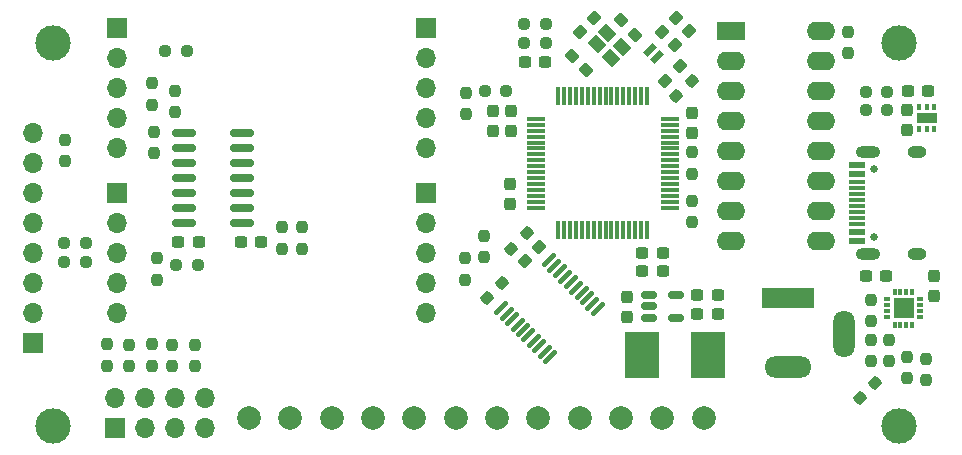
<source format=gts>
G04 #@! TF.GenerationSoftware,KiCad,Pcbnew,(6.0.10-0)*
G04 #@! TF.CreationDate,2023-02-14T22:29:28-06:00*
G04 #@! TF.ProjectId,spudglo_driver_v4p2,73707564-676c-46f5-9f64-72697665725f,rev?*
G04 #@! TF.SameCoordinates,Original*
G04 #@! TF.FileFunction,Soldermask,Top*
G04 #@! TF.FilePolarity,Negative*
%FSLAX46Y46*%
G04 Gerber Fmt 4.6, Leading zero omitted, Abs format (unit mm)*
G04 Created by KiCad (PCBNEW (6.0.10-0)) date 2023-02-14 22:29:28*
%MOMM*%
%LPD*%
G01*
G04 APERTURE LIST*
G04 Aperture macros list*
%AMRoundRect*
0 Rectangle with rounded corners*
0 $1 Rounding radius*
0 $2 $3 $4 $5 $6 $7 $8 $9 X,Y pos of 4 corners*
0 Add a 4 corners polygon primitive as box body*
4,1,4,$2,$3,$4,$5,$6,$7,$8,$9,$2,$3,0*
0 Add four circle primitives for the rounded corners*
1,1,$1+$1,$2,$3*
1,1,$1+$1,$4,$5*
1,1,$1+$1,$6,$7*
1,1,$1+$1,$8,$9*
0 Add four rect primitives between the rounded corners*
20,1,$1+$1,$2,$3,$4,$5,0*
20,1,$1+$1,$4,$5,$6,$7,0*
20,1,$1+$1,$6,$7,$8,$9,0*
20,1,$1+$1,$8,$9,$2,$3,0*%
%AMRotRect*
0 Rectangle, with rotation*
0 The origin of the aperture is its center*
0 $1 length*
0 $2 width*
0 $3 Rotation angle, in degrees counterclockwise*
0 Add horizontal line*
21,1,$1,$2,0,0,$3*%
G04 Aperture macros list end*
%ADD10RoundRect,0.237500X-0.237500X0.250000X-0.237500X-0.250000X0.237500X-0.250000X0.237500X0.250000X0*%
%ADD11RoundRect,0.237500X0.250000X0.237500X-0.250000X0.237500X-0.250000X-0.237500X0.250000X-0.237500X0*%
%ADD12RoundRect,0.237500X-0.237500X0.300000X-0.237500X-0.300000X0.237500X-0.300000X0.237500X0.300000X0*%
%ADD13R,1.700000X1.700000*%
%ADD14O,1.700000X1.700000*%
%ADD15RotRect,0.575000X1.140000X135.000000*%
%ADD16RoundRect,0.075000X-0.075000X0.700000X-0.075000X-0.700000X0.075000X-0.700000X0.075000X0.700000X0*%
%ADD17RoundRect,0.075000X-0.700000X0.075000X-0.700000X-0.075000X0.700000X-0.075000X0.700000X0.075000X0*%
%ADD18RoundRect,0.237500X-0.300000X-0.237500X0.300000X-0.237500X0.300000X0.237500X-0.300000X0.237500X0*%
%ADD19RoundRect,0.237500X0.300000X0.237500X-0.300000X0.237500X-0.300000X-0.237500X0.300000X-0.237500X0*%
%ADD20C,3.000000*%
%ADD21RoundRect,0.237500X0.237500X-0.300000X0.237500X0.300000X-0.237500X0.300000X-0.237500X-0.300000X0*%
%ADD22R,2.400000X1.600000*%
%ADD23O,2.400000X1.600000*%
%ADD24RoundRect,0.237500X-0.008839X-0.344715X0.344715X0.008839X0.008839X0.344715X-0.344715X-0.008839X0*%
%ADD25R,3.000000X4.000000*%
%ADD26RotRect,1.000000X1.200000X45.000000*%
%ADD27RoundRect,0.237500X0.237500X-0.250000X0.237500X0.250000X-0.237500X0.250000X-0.237500X-0.250000X0*%
%ADD28RoundRect,0.237500X-0.044194X-0.380070X0.380070X0.044194X0.044194X0.380070X-0.380070X-0.044194X0*%
%ADD29C,2.000000*%
%ADD30RoundRect,0.150000X-0.512500X-0.150000X0.512500X-0.150000X0.512500X0.150000X-0.512500X0.150000X0*%
%ADD31RoundRect,0.237500X-0.380070X0.044194X0.044194X-0.380070X0.380070X-0.044194X-0.044194X0.380070X0*%
%ADD32RoundRect,0.237500X0.008839X0.344715X-0.344715X-0.008839X-0.008839X-0.344715X0.344715X0.008839X0*%
%ADD33R,4.400000X1.800000*%
%ADD34O,4.000000X1.800000*%
%ADD35O,1.800000X4.000000*%
%ADD36C,0.650000*%
%ADD37R,1.450000X0.600000*%
%ADD38R,1.450000X0.300000*%
%ADD39O,1.600000X1.000000*%
%ADD40O,2.100000X1.000000*%
%ADD41R,0.625000X0.300000*%
%ADD42R,0.300000X0.625000*%
%ADD43RoundRect,0.237500X0.380070X-0.044194X-0.044194X0.380070X-0.380070X0.044194X0.044194X-0.380070X0*%
%ADD44RoundRect,0.237500X-0.250000X-0.237500X0.250000X-0.237500X0.250000X0.237500X-0.250000X0.237500X0*%
%ADD45R,0.400000X0.470000*%
%ADD46R,1.700000X0.950000*%
%ADD47RoundRect,0.100000X0.380070X0.521491X-0.521491X-0.380070X-0.380070X-0.521491X0.521491X0.380070X0*%
%ADD48RoundRect,0.150000X0.825000X0.150000X-0.825000X0.150000X-0.825000X-0.150000X0.825000X-0.150000X0*%
G04 APERTURE END LIST*
D10*
X207510000Y-76840000D03*
X207510000Y-78665000D03*
D11*
X207785000Y-70100000D03*
X205960000Y-70100000D03*
D12*
X244100000Y-72797500D03*
X244100000Y-74522500D03*
D13*
X200914000Y-64008000D03*
D14*
X200914000Y-66548000D03*
X200914000Y-69088000D03*
X200914000Y-71628000D03*
X200914000Y-74168000D03*
D15*
X246691682Y-52471682D03*
X246108318Y-51888318D03*
D16*
X245812000Y-55793000D03*
X245312000Y-55793000D03*
X244812000Y-55793000D03*
X244312000Y-55793000D03*
X243812000Y-55793000D03*
X243312000Y-55793000D03*
X242812000Y-55793000D03*
X242312000Y-55793000D03*
X241812000Y-55793000D03*
X241312000Y-55793000D03*
X240812000Y-55793000D03*
X240312000Y-55793000D03*
X239812000Y-55793000D03*
X239312000Y-55793000D03*
X238812000Y-55793000D03*
X238312000Y-55793000D03*
D17*
X236387000Y-57718000D03*
X236387000Y-58218000D03*
X236387000Y-58718000D03*
X236387000Y-59218000D03*
X236387000Y-59718000D03*
X236387000Y-60218000D03*
X236387000Y-60718000D03*
X236387000Y-61218000D03*
X236387000Y-61718000D03*
X236387000Y-62218000D03*
X236387000Y-62718000D03*
X236387000Y-63218000D03*
X236387000Y-63718000D03*
X236387000Y-64218000D03*
X236387000Y-64718000D03*
X236387000Y-65218000D03*
D16*
X238312000Y-67143000D03*
X238812000Y-67143000D03*
X239312000Y-67143000D03*
X239812000Y-67143000D03*
X240312000Y-67143000D03*
X240812000Y-67143000D03*
X241312000Y-67143000D03*
X241812000Y-67143000D03*
X242312000Y-67143000D03*
X242812000Y-67143000D03*
X243312000Y-67143000D03*
X243812000Y-67143000D03*
X244312000Y-67143000D03*
X244812000Y-67143000D03*
X245312000Y-67143000D03*
X245812000Y-67143000D03*
D17*
X247737000Y-65218000D03*
X247737000Y-64718000D03*
X247737000Y-64218000D03*
X247737000Y-63718000D03*
X247737000Y-63218000D03*
X247737000Y-62718000D03*
X247737000Y-62218000D03*
X247737000Y-61718000D03*
X247737000Y-61218000D03*
X247737000Y-60718000D03*
X247737000Y-60218000D03*
X247737000Y-59718000D03*
X247737000Y-59218000D03*
X247737000Y-58718000D03*
X247737000Y-58218000D03*
X247737000Y-57718000D03*
D18*
X211447500Y-68130000D03*
X213172500Y-68130000D03*
D11*
X206832500Y-51980000D03*
X205007500Y-51980000D03*
D19*
X237202500Y-52870000D03*
X235477500Y-52870000D03*
D20*
X267170000Y-83750000D03*
D13*
X193830000Y-76710000D03*
D14*
X193830000Y-74170000D03*
X193830000Y-71630000D03*
X193830000Y-69090000D03*
X193830000Y-66550000D03*
X193830000Y-64010000D03*
X193830000Y-61470000D03*
X193830000Y-58930000D03*
D21*
X270110000Y-72732500D03*
X270110000Y-71007500D03*
D19*
X269602500Y-55332500D03*
X267877500Y-55332500D03*
D22*
X252900000Y-50280000D03*
D23*
X252900000Y-52820000D03*
X252900000Y-55360000D03*
X252900000Y-57900000D03*
X252900000Y-60440000D03*
X252900000Y-62980000D03*
X252900000Y-65520000D03*
X252900000Y-68060000D03*
X260520000Y-68060000D03*
X260520000Y-65520000D03*
X260520000Y-62980000D03*
X260520000Y-60440000D03*
X260520000Y-57900000D03*
X260520000Y-55360000D03*
X260520000Y-52820000D03*
X260520000Y-50280000D03*
D13*
X227076000Y-50038000D03*
D14*
X227076000Y-52578000D03*
X227076000Y-55118000D03*
X227076000Y-57658000D03*
X227076000Y-60198000D03*
D10*
X230430000Y-69527500D03*
X230430000Y-71352500D03*
D24*
X232274765Y-72875235D03*
X233565235Y-71584765D03*
D25*
X251010000Y-77660000D03*
X245410000Y-77660000D03*
D18*
X250077500Y-74200000D03*
X251802500Y-74200000D03*
D26*
X241549340Y-51368579D03*
X242751421Y-52570660D03*
X243670660Y-51651421D03*
X242468579Y-50449340D03*
D27*
X249670000Y-66465000D03*
X249670000Y-64640000D03*
D11*
X198292500Y-69790000D03*
X196467500Y-69790000D03*
D21*
X234300000Y-58772500D03*
X234300000Y-57047500D03*
D27*
X262870000Y-52155000D03*
X262870000Y-50330000D03*
D10*
X203880000Y-54697500D03*
X203880000Y-56522500D03*
X232000000Y-67595000D03*
X232000000Y-69420000D03*
D21*
X234260000Y-64955000D03*
X234260000Y-63230000D03*
D27*
X214950000Y-68725000D03*
X214950000Y-66900000D03*
D10*
X205620000Y-76827500D03*
X205620000Y-78652500D03*
D19*
X247135000Y-69030000D03*
X245410000Y-69030000D03*
D28*
X247048318Y-50378318D03*
X248268078Y-49158558D03*
D10*
X216620000Y-66882500D03*
X216620000Y-68707500D03*
D13*
X200914000Y-50038000D03*
D14*
X200914000Y-52578000D03*
X200914000Y-55118000D03*
X200914000Y-57658000D03*
X200914000Y-60198000D03*
D11*
X237250000Y-51300000D03*
X235425000Y-51300000D03*
D29*
X212130000Y-83040000D03*
X215630000Y-83040000D03*
X219130000Y-83040000D03*
X222630000Y-83040000D03*
X226130000Y-83040000D03*
X229630000Y-83040000D03*
X233130000Y-83040000D03*
X236630000Y-83040000D03*
X240130000Y-83040000D03*
X243630000Y-83040000D03*
X247130000Y-83040000D03*
X250630000Y-83040000D03*
D10*
X204360000Y-69487500D03*
X204360000Y-71312500D03*
D27*
X269430000Y-79835000D03*
X269430000Y-78010000D03*
D10*
X205820000Y-55330000D03*
X205820000Y-57155000D03*
D30*
X245962500Y-72630000D03*
X245962500Y-73580000D03*
X245962500Y-74530000D03*
X248237500Y-74530000D03*
X248237500Y-72630000D03*
D28*
X240140240Y-50379760D03*
X241360000Y-49160000D03*
D31*
X239430240Y-52380240D03*
X240650000Y-53600000D03*
D13*
X200750000Y-83850000D03*
D14*
X200750000Y-81310000D03*
X203290000Y-83850000D03*
X203290000Y-81310000D03*
X205830000Y-83850000D03*
X205830000Y-81310000D03*
X208370000Y-83850000D03*
X208370000Y-81310000D03*
D11*
X266172500Y-56960000D03*
X264347500Y-56960000D03*
D10*
X204060000Y-58797500D03*
X204060000Y-60622500D03*
D20*
X195520000Y-51250000D03*
D27*
X264750000Y-78215000D03*
X264750000Y-76390000D03*
X267870000Y-79675000D03*
X267870000Y-77850000D03*
D32*
X249590000Y-54480000D03*
X248299530Y-55770470D03*
D11*
X233892500Y-55380000D03*
X232067500Y-55380000D03*
D10*
X196520000Y-59490000D03*
X196520000Y-61315000D03*
D33*
X257718000Y-72898000D03*
D34*
X257718000Y-78698000D03*
D35*
X262518000Y-75898000D03*
D12*
X249670000Y-57177500D03*
X249670000Y-58902500D03*
D24*
X234329530Y-68690470D03*
X235620000Y-67400000D03*
D36*
X265040000Y-67720000D03*
X265040000Y-61940000D03*
D37*
X263595000Y-68080000D03*
X263595000Y-67280000D03*
D38*
X263595000Y-66080000D03*
X263595000Y-65080000D03*
X263595000Y-64580000D03*
X263595000Y-63580000D03*
D37*
X263595000Y-62380000D03*
X263595000Y-61580000D03*
X263595000Y-61580000D03*
X263595000Y-62380000D03*
D38*
X263595000Y-63080000D03*
X263595000Y-64080000D03*
X263595000Y-65580000D03*
X263595000Y-66580000D03*
D37*
X263595000Y-67280000D03*
X263595000Y-68080000D03*
D39*
X268690000Y-60510000D03*
D40*
X264510000Y-69150000D03*
X264510000Y-60510000D03*
D39*
X268690000Y-69150000D03*
D18*
X250077500Y-72610000D03*
X251802500Y-72610000D03*
D20*
X195520000Y-83750000D03*
D24*
X263839530Y-81340470D03*
X265130000Y-80050000D03*
D13*
X227076000Y-64008000D03*
D14*
X227076000Y-66548000D03*
X227076000Y-69088000D03*
X227076000Y-71628000D03*
X227076000Y-74168000D03*
D19*
X247132500Y-70590000D03*
X245407500Y-70590000D03*
D11*
X198302500Y-68240000D03*
X196477500Y-68240000D03*
D41*
X266167500Y-72955000D03*
X266167500Y-73455000D03*
X266167500Y-73955000D03*
X266167500Y-74455000D03*
D42*
X266775000Y-75122500D03*
X267275000Y-75122500D03*
X267775000Y-75122500D03*
X268275000Y-75122500D03*
D41*
X268942500Y-74455000D03*
X268942500Y-73955000D03*
X268942500Y-73455000D03*
X268942500Y-72955000D03*
D42*
X268275000Y-72347500D03*
X267775000Y-72347500D03*
X267275000Y-72347500D03*
X266775000Y-72347500D03*
D13*
X267550000Y-73730000D03*
D28*
X248168318Y-51458318D03*
X249388078Y-50238558D03*
D10*
X249660000Y-60550000D03*
X249660000Y-62375000D03*
D19*
X266070000Y-71030000D03*
X264345000Y-71030000D03*
D18*
X206140000Y-68110000D03*
X207865000Y-68110000D03*
D43*
X244820000Y-50580000D03*
X243600240Y-49360240D03*
D10*
X230470000Y-55510000D03*
X230470000Y-57335000D03*
D44*
X235425000Y-49690000D03*
X237250000Y-49690000D03*
D21*
X232760000Y-58755000D03*
X232760000Y-57030000D03*
D27*
X266340000Y-78235000D03*
X266340000Y-76410000D03*
D28*
X247370120Y-54469880D03*
X248589880Y-53250120D03*
D20*
X267170000Y-51250000D03*
D45*
X268845000Y-58527500D03*
X269495000Y-58527500D03*
X270145000Y-58527500D03*
X270145000Y-56697500D03*
X269495000Y-56697500D03*
X268845000Y-56697500D03*
D46*
X269495000Y-57612500D03*
D47*
X241662380Y-73834194D03*
X241202761Y-73374575D03*
X240743142Y-72914955D03*
X240283522Y-72455336D03*
X239823903Y-71995717D03*
X239364283Y-71536097D03*
X238904664Y-71076478D03*
X238445045Y-70616858D03*
X237985425Y-70157239D03*
X237525806Y-69697620D03*
X233477620Y-73745806D03*
X233937239Y-74205425D03*
X234396858Y-74665045D03*
X234856478Y-75124664D03*
X235316097Y-75584283D03*
X235775717Y-76043903D03*
X236235336Y-76503522D03*
X236694955Y-76963142D03*
X237154575Y-77422761D03*
X237614194Y-77882380D03*
D10*
X203890000Y-76810000D03*
X203890000Y-78635000D03*
D48*
X211545000Y-66520000D03*
X211545000Y-65250000D03*
X211545000Y-63980000D03*
X211545000Y-62710000D03*
X211545000Y-61440000D03*
X211545000Y-60170000D03*
X211545000Y-58900000D03*
X206595000Y-58900000D03*
X206595000Y-60170000D03*
X206595000Y-61440000D03*
X206595000Y-62710000D03*
X206595000Y-63980000D03*
X206595000Y-65250000D03*
X206595000Y-66520000D03*
D11*
X266150000Y-55420000D03*
X264325000Y-55420000D03*
D21*
X267830000Y-58647500D03*
X267830000Y-56922500D03*
D10*
X264750000Y-73017500D03*
X264750000Y-74842500D03*
X200140000Y-76777500D03*
X200140000Y-78602500D03*
X201980000Y-76827500D03*
X201980000Y-78652500D03*
D28*
X235470000Y-69770000D03*
X236689760Y-68550240D03*
M02*

</source>
